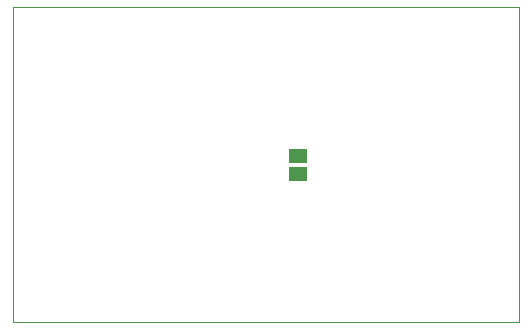
<source format=gbp>
G75*
%MOIN*%
%OFA0B0*%
%FSLAX25Y25*%
%IPPOS*%
%LPD*%
%AMOC8*
5,1,8,0,0,1.08239X$1,22.5*
%
%ADD10C,0.00000*%
%ADD11R,0.06300X0.04600*%
D10*
X0001500Y0021602D02*
X0001500Y0126562D01*
X0170201Y0126562D01*
X0170201Y0021602D01*
X0001500Y0021602D01*
D11*
X0096500Y0071102D03*
X0096500Y0077102D03*
M02*

</source>
